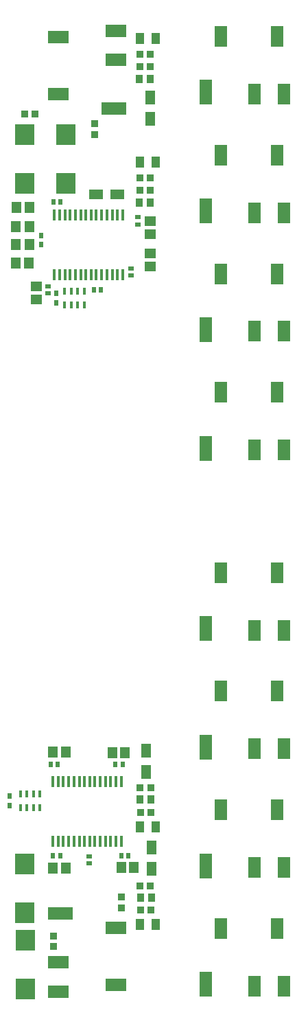
<source format=gtp>
G04*
G04 #@! TF.GenerationSoftware,Altium Limited,Altium Designer,21.8.1 (53)*
G04*
G04 Layer_Color=8421504*
%FSLAX25Y25*%
%MOIN*%
G70*
G04*
G04 #@! TF.SameCoordinates,F5C5D764-6AA7-4F14-928A-87DEF657E23D*
G04*
G04*
G04 #@! TF.FilePolarity,Positive*
G04*
G01*
G75*
%ADD23R,0.06000X0.10000*%
%ADD24R,0.06000X0.12000*%
%ADD25R,0.10000X0.06000*%
%ADD26R,0.12000X0.06000*%
%ADD27R,0.03347X0.03740*%
%ADD28R,0.03543X0.03937*%
%ADD29R,0.04000X0.05500*%
%ADD30R,0.04842X0.07087*%
%ADD31R,0.09646X0.10039*%
%ADD32R,0.02520X0.02362*%
%ADD33R,0.05118X0.05512*%
%ADD34R,0.02362X0.02520*%
%ADD35R,0.02362X0.02953*%
%ADD36R,0.04724X0.05512*%
%ADD37R,0.01400X0.05800*%
%ADD38R,0.05512X0.05118*%
%ADD39R,0.07087X0.04842*%
%ADD40R,0.03740X0.03347*%
%ADD41R,0.01772X0.03543*%
D23*
X449866Y202565D02*
D03*
X435693D02*
D03*
X419158Y230518D02*
D03*
X446717D02*
D03*
X446716Y605969D02*
D03*
X419158D02*
D03*
X435693Y578016D02*
D03*
X449866D02*
D03*
X446716Y663576D02*
D03*
X419158D02*
D03*
X435693Y635624D02*
D03*
X449866D02*
D03*
X446716Y490754D02*
D03*
X419158D02*
D03*
X435693Y462802D02*
D03*
X449866D02*
D03*
X446717Y345733D02*
D03*
X419158D02*
D03*
X435693Y317780D02*
D03*
X449866D02*
D03*
X446717Y548362D02*
D03*
X419158D02*
D03*
X435693Y520409D02*
D03*
X449866D02*
D03*
X446717Y288125D02*
D03*
X419158Y288125D02*
D03*
X435693Y260173D02*
D03*
X449866D02*
D03*
X446717Y403340D02*
D03*
X419158Y403340D02*
D03*
X435693Y375387D02*
D03*
X449866D02*
D03*
D24*
X412000Y203408D02*
D03*
X412000Y578859D02*
D03*
Y636466D02*
D03*
X412000Y463644D02*
D03*
X412000Y318623D02*
D03*
X412000Y521251D02*
D03*
X412000Y261015D02*
D03*
Y376230D02*
D03*
D25*
X368276Y203205D02*
D03*
Y230765D02*
D03*
X340324Y214229D02*
D03*
Y200056D02*
D03*
X340324Y663195D02*
D03*
X340324Y635635D02*
D03*
X368276Y652171D02*
D03*
Y666344D02*
D03*
D26*
X341166Y237922D02*
D03*
X367434Y628478D02*
D03*
D27*
X380300Y286900D02*
D03*
X385418D02*
D03*
X380082Y299000D02*
D03*
X385200D02*
D03*
X379985Y251300D02*
D03*
X385103D02*
D03*
X380000Y595000D02*
D03*
X385118D02*
D03*
X380200Y239400D02*
D03*
X385318D02*
D03*
X379882Y589000D02*
D03*
X385000D02*
D03*
X380000Y655000D02*
D03*
X385118D02*
D03*
X380000Y649000D02*
D03*
X385118D02*
D03*
X324000Y626000D02*
D03*
X329118D02*
D03*
D28*
X379985Y293100D02*
D03*
X385300D02*
D03*
X379685Y583000D02*
D03*
X385000D02*
D03*
X380182Y245700D02*
D03*
X385497D02*
D03*
X379685Y643000D02*
D03*
X385000D02*
D03*
D29*
X380100Y279800D02*
D03*
X387500D02*
D03*
X380100Y232500D02*
D03*
X387500D02*
D03*
X380100Y602500D02*
D03*
X387500Y602500D02*
D03*
X380100Y662500D02*
D03*
X387500D02*
D03*
D30*
X385500Y269915D02*
D03*
Y259600D02*
D03*
X382900Y316915D02*
D03*
Y306600D02*
D03*
X385000Y623685D02*
D03*
Y634000D02*
D03*
D31*
X324200Y224900D02*
D03*
Y201081D02*
D03*
X324000Y592091D02*
D03*
Y615909D02*
D03*
X324100Y261919D02*
D03*
X324100Y238100D02*
D03*
X344000Y592091D02*
D03*
Y615909D02*
D03*
D32*
X355300Y265632D02*
D03*
Y262168D02*
D03*
X375700Y550900D02*
D03*
Y547435D02*
D03*
X335200Y542200D02*
D03*
Y538735D02*
D03*
X379000Y572268D02*
D03*
Y575732D02*
D03*
D33*
X343999Y259800D02*
D03*
X337700D02*
D03*
X319900Y580400D02*
D03*
X326199D02*
D03*
X326100Y553400D02*
D03*
X319801D02*
D03*
X377135Y260200D02*
D03*
X370835D02*
D03*
X366500Y316000D02*
D03*
X372799D02*
D03*
X344000Y316200D02*
D03*
X337701D02*
D03*
D34*
X337700Y265900D02*
D03*
X341165D02*
D03*
X357600Y540600D02*
D03*
X361065D02*
D03*
X370835Y265900D02*
D03*
X374300D02*
D03*
X337868Y583100D02*
D03*
X341332D02*
D03*
X336635Y310300D02*
D03*
X340100D02*
D03*
X371600D02*
D03*
X368135D02*
D03*
D35*
X339300Y538764D02*
D03*
Y534236D02*
D03*
X332100Y562436D02*
D03*
Y566964D02*
D03*
X316600Y290336D02*
D03*
Y294864D02*
D03*
D36*
X326381Y562570D02*
D03*
X319688D02*
D03*
X326381Y571231D02*
D03*
X319688D02*
D03*
D37*
X338400Y577000D02*
D03*
X340900D02*
D03*
X343500D02*
D03*
X346000D02*
D03*
X348600D02*
D03*
X351200D02*
D03*
X353700D02*
D03*
X356300D02*
D03*
X358800D02*
D03*
X361400D02*
D03*
X364000D02*
D03*
X366500D02*
D03*
X369100D02*
D03*
X371600D02*
D03*
Y548000D02*
D03*
X369100D02*
D03*
X366500D02*
D03*
X364000D02*
D03*
X361400D02*
D03*
X358800D02*
D03*
X356300D02*
D03*
X353700D02*
D03*
X351200D02*
D03*
X348600D02*
D03*
X346000D02*
D03*
X343500D02*
D03*
X340900D02*
D03*
X338400D02*
D03*
X337700Y301900D02*
D03*
X340200D02*
D03*
X342800D02*
D03*
X345300D02*
D03*
X347900D02*
D03*
X350500D02*
D03*
X353000D02*
D03*
X355600D02*
D03*
X358100D02*
D03*
X360700D02*
D03*
X363300D02*
D03*
X365800D02*
D03*
X368400D02*
D03*
X370900D02*
D03*
Y272900D02*
D03*
X368400D02*
D03*
X365800D02*
D03*
X363300D02*
D03*
X360700D02*
D03*
X358100D02*
D03*
X355600D02*
D03*
X353000D02*
D03*
X350500D02*
D03*
X347900D02*
D03*
X345300D02*
D03*
X342800D02*
D03*
X340200D02*
D03*
X337700D02*
D03*
D38*
X385100Y558100D02*
D03*
Y551801D02*
D03*
X329700Y535901D02*
D03*
Y542200D02*
D03*
X385000Y574000D02*
D03*
Y567701D02*
D03*
D39*
X358685Y587000D02*
D03*
X369000D02*
D03*
D40*
X371000Y240682D02*
D03*
Y245800D02*
D03*
X358000Y616000D02*
D03*
Y621118D02*
D03*
X338000Y221841D02*
D03*
Y226959D02*
D03*
D41*
X349775Y533153D02*
D03*
X352924D02*
D03*
X343476D02*
D03*
X346625D02*
D03*
Y539847D02*
D03*
X343476D02*
D03*
X352924D02*
D03*
X349775D02*
D03*
X325125Y295947D02*
D03*
X321976D02*
D03*
X331424D02*
D03*
X328275D02*
D03*
Y289253D02*
D03*
X331424D02*
D03*
X321976D02*
D03*
X325125D02*
D03*
M02*

</source>
